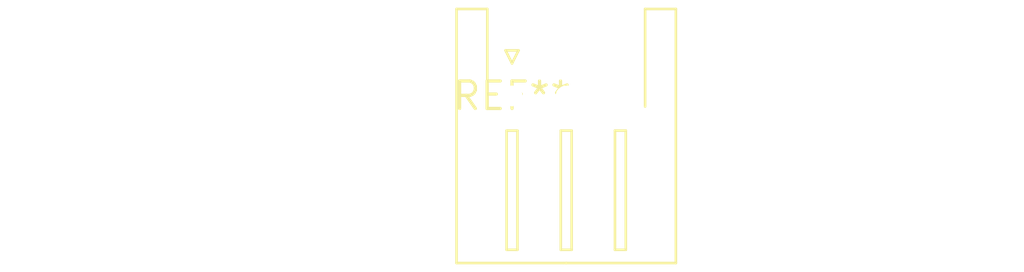
<source format=kicad_pcb>
(kicad_pcb (version 20240108) (generator pcbnew)
  (layers (0 "F.Cu" signal) (31 "B.Cu" signal) (34 "B.Paste" user) (35 "F.Paste" user) (36 "B.SilkS" user "B.Silkscreen") (37 "F.SilkS" user "F.Silkscreen") (38 "B.Mask" user) (39 "F.Mask" user) (44 "Edge.Cuts" user))
  (net 0 "")
  (footprint "JST_XH_S3B-XH-A-1_1x03_P2.50mm_Horizontal" (layer "F.Cu") (at 0 0)
    (property "Reference" "REF**")
    (property "Value" "JST_XH_S3B-XH-A-1_1x03_P2.50mm_Horizontal")
    (fp_line (start -2.56 -4.01) (end -1.14 -4.01) (layer "F.SilkS") (stroke (width 0.12)))
    (fp_line (start -2.56 7.71) (end -2.56 -4.01) (layer "F.SilkS") (stroke (width 0.12)))
    (fp_line (start -1.14 -4.01) (end -1.14 0.49) (layer "F.SilkS") (stroke (width 0.12)))
    (fp_line (start -0.3 -2.1) (end 0.3 -2.1) (layer "F.SilkS") (stroke (width 0.12)))
    (fp_line (start -0.25 1.6) (end -0.25 7.1) (layer "F.SilkS") (stroke (width 0.12)))
    (fp_line (start -0.25 7.1) (end 0.25 7.1) (layer "F.SilkS") (stroke (width 0.12)))
    (fp_line (start 0 -1.5) (end -0.3 -2.1) (layer "F.SilkS") (stroke (width 0.12)))
    (fp_line (start 0.25 1.6) (end -0.25 1.6) (layer "F.SilkS") (stroke (width 0.12)))
    (fp_line (start 0.25 7.1) (end 0.25 1.6) (layer "F.SilkS") (stroke (width 0.12)))
    (fp_line (start 0.3 -2.1) (end 0 -1.5) (layer "F.SilkS") (stroke (width 0.12)))
    (fp_line (start 2.25 1.6) (end 2.25 7.1) (layer "F.SilkS") (stroke (width 0.12)))
    (fp_line (start 2.25 7.1) (end 2.75 7.1) (layer "F.SilkS") (stroke (width 0.12)))
    (fp_line (start 2.5 7.71) (end -2.56 7.71) (layer "F.SilkS") (stroke (width 0.12)))
    (fp_line (start 2.5 7.71) (end 7.56 7.71) (layer "F.SilkS") (stroke (width 0.12)))
    (fp_line (start 2.75 1.6) (end 2.25 1.6) (layer "F.SilkS") (stroke (width 0.12)))
    (fp_line (start 2.75 7.1) (end 2.75 1.6) (layer "F.SilkS") (stroke (width 0.12)))
    (fp_line (start 4.75 1.6) (end 4.75 7.1) (layer "F.SilkS") (stroke (width 0.12)))
    (fp_line (start 4.75 7.1) (end 5.25 7.1) (layer "F.SilkS") (stroke (width 0.12)))
    (fp_line (start 5.25 1.6) (end 4.75 1.6) (layer "F.SilkS") (stroke (width 0.12)))
    (fp_line (start 5.25 7.1) (end 5.25 1.6) (layer "F.SilkS") (stroke (width 0.12)))
    (fp_line (start 6.14 -4.01) (end 6.14 0.49) (layer "F.SilkS") (stroke (width 0.12)))
    (fp_line (start 7.56 -4.01) (end 6.14 -4.01) (layer "F.SilkS") (stroke (width 0.12)))
    (fp_line (start 7.56 7.71) (end 7.56 -4.01) (layer "F.SilkS") (stroke (width 0.12)))
    (pad "1" thru_hole roundrect (at 0 0) (size 1.7 1.95) (drill 0.95) (layers *.Cu *.Mask) (remove_unused_layers) (roundrect_rratio 0.147059))
    (pad "2" thru_hole oval (at 2.5 0) (size 1.7 1.95) (drill 0.95) (layers *.Cu *.Mask) (remove_unused_layers))
    (pad "3" thru_hole oval (at 5 0) (size 1.7 1.95) (drill 0.95) (layers *.Cu *.Mask) (remove_unused_layers))
  )
)
</source>
